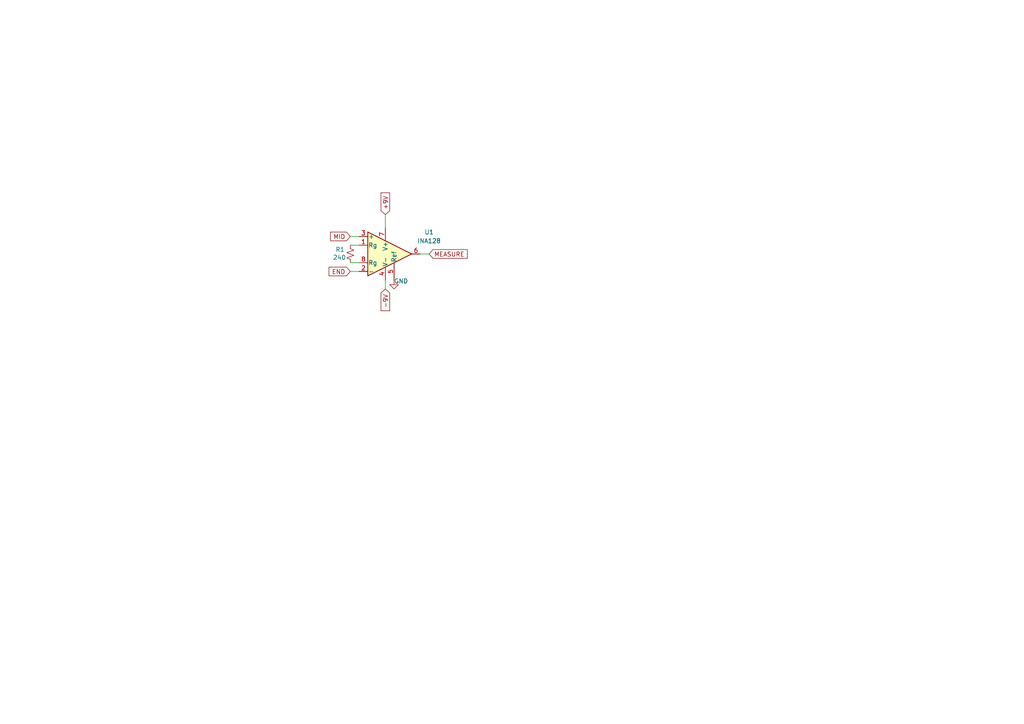
<source format=kicad_sch>
(kicad_sch (version 20231120) (generator "eeschema") (generator_version "8.0")
  (paper "A4")
  (title_block (title "FlexiTrackerEMG") (rev "0.8"))
  (lib_symbols
    (symbol "Amplifier_Instrumentation:INA128" (pin_names (offset 0.127))
      (property "Reference" "U" (at 3.81 3.175 0))
      (property "Value" "INA128" (at 3.81 -3.175 0))
      (symbol "INA128_0_1"
        (polyline (pts (xy 7.62 0) (xy -5.08 6.35) (xy -5.08 -6.35) (xy 7.62 0)) (stroke (width 0.254)) (fill (type background)))
      )
      (symbol "INA128_1_1"
        (pin passive line (at -7.62 2.54 0) (length 2.54) (name "Rg") (number "1"))
        (pin input line (at -7.62 -5.08 0) (length 2.54) (name "-") (number "2"))
        (pin input line (at -7.62 5.08 0) (length 2.54) (name "+") (number "3"))
        (pin power_in line (at 0 -7.62 90) (length 3.81) (name "V-") (number "4"))
        (pin input line (at 2.54 -7.62 90) (length 5.08) (name "Ref") (number "5"))
        (pin output line (at 10.16 0 180) (length 2.54) (name "~") (number "6"))
        (pin power_in line (at 0 7.62 270) (length 3.81) (name "V+") (number "7"))
        (pin passive line (at -7.62 -2.54 0) (length 2.54) (name "Rg") (number "8"))
      )
    )
    (symbol "Device:R_Small_US" (pin_numbers hide) (pin_names (offset 0.254) hide)
      (property "Reference" "R" (at 0.762 0.508 0))
      (property "Value" "R_Small_US" (at 0.762 -1.016 0))
      (symbol "R_Small_US_1_1"
        (polyline (pts (xy 0 0) (xy 1.016 -0.381) (xy 0 -0.762) (xy -1.016 -1.143) (xy 0 -1.524)))
        (polyline (pts (xy 0 1.524) (xy 1.016 1.143) (xy 0 0.762) (xy -1.016 0.381) (xy 0 0)))
        (pin passive line (at 0 2.54 270) (length 1.016) (name "~") (number "1"))
        (pin passive line (at 0 -2.54 90) (length 1.016) (name "~") (number "2"))
      )
    )
    (symbol "power:GND" (power) (pin_numbers hide) (pin_names (offset 0) hide)
      (property "Value" "GND" (at 0 -3.81 0))
      (symbol "GND_0_1"
        (polyline (pts (xy 0 0) (xy 0 -1.27) (xy 1.27 -1.27) (xy 0 -2.54) (xy -1.27 -1.27) (xy 0 -1.27)))
      )
      (symbol "GND_1_1"
        (pin power_in line (at 0 0 270) (length 0) (name "~") (number "1"))
      )
    )
  )
  (wire (pts (xy 101.6 76.2) (xy 104.14 76.2)))
  (wire (pts (xy 111.76 83.82) (xy 111.76 81.28)))
  (wire (pts (xy 124.46 73.66) (xy 121.92 73.66)))
  (wire (pts (xy 101.6 68.58) (xy 104.14 68.58)))
  (wire (pts (xy 111.76 62.23) (xy 111.76 66.04)))
  (wire (pts (xy 101.6 78.74) (xy 104.14 78.74)))
  (wire (pts (xy 101.6 71.12) (xy 104.14 71.12)))
  (global_label "+9V" (shape input) (at 111.76 62.23 90) (property "Intersheetrefs" "${INTERSHEET_REFS}" (effects (hide yes))))
  (global_label "MID" (shape input) (at 101.6 68.58 180) (property "Intersheetrefs" "${INTERSHEET_REFS}" (effects (hide yes))))
  (global_label "MEASURE" (shape input) (at 124.46 73.66 0) (property "Intersheetrefs" "${INTERSHEET_REFS}" (effects (hide yes))))
  (global_label "END" (shape input) (at 101.6 78.74 180) (property "Intersheetrefs" "${INTERSHEET_REFS}" (effects (hide yes))))
  (global_label "-9V" (shape input) (at 111.76 83.82 270) (property "Intersheetrefs" "${INTERSHEET_REFS}" (effects (hide yes))))
  (symbol (lib_id "Amplifier_Instrumentation:INA128") (at 111.76 73.66 0) (unit 1)
    (property "Reference" "U1" (at 124.46 67.3414 0))
    (property "Value" "INA128" (at 124.46 69.8814 0))
    (property "Datasheet" "http://www.ti.com/lit/ds/symlink/ina128.pdf" (effects (hide yes)))
    (property "Description" "Precision, Low Power Instrumentation Amplifier G = 1 + 50kOhm/Rg, DIP-8/SOIC-8" (effects (hide yes)))
  )
  (symbol (lib_id "power:GND") (at 114.3 81.28 0) (unit 1)
    (property "Reference" "#PWR01" (effects (hide yes)))
    (property "Value" "GND" (at 116.332 81.534 0))
    (property "Description" "Power symbol creates a global label with name \"GND\" , ground" (effects (hide yes)))
  )
  (symbol (lib_id "Device:R_Small_US") (at 101.6 73.66 0) (unit 1)
    (property "Reference" "R1" (at 97.282 72.39 0) (effects (justify left)))
    (property "Value" "240" (at 96.52 74.676 0) (effects (justify left)))
    (property "Description" "Resistor, small US symbol" (effects (hide yes)))
  )
)
</source>
